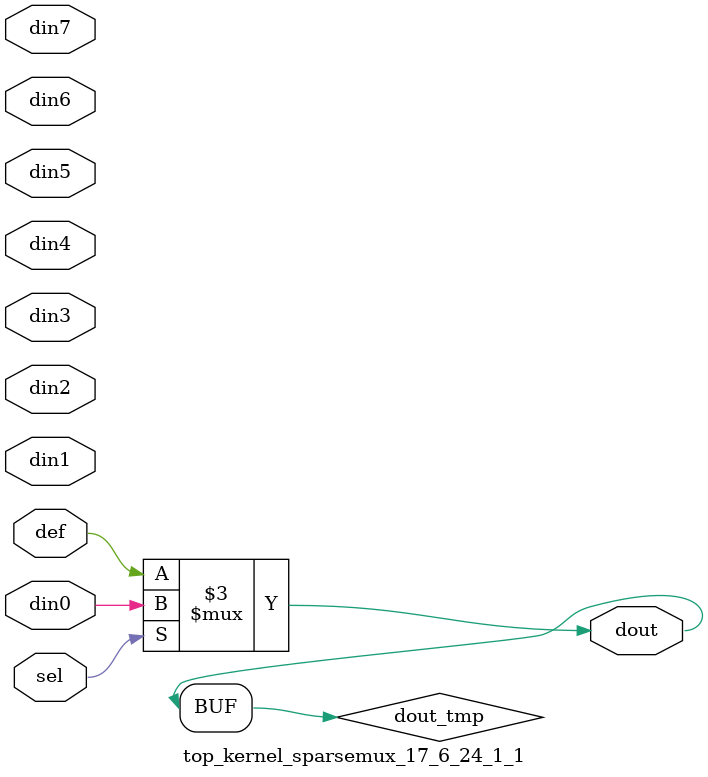
<source format=v>
`timescale 1ns / 1ps

module top_kernel_sparsemux_17_6_24_1_1 (din0,din1,din2,din3,din4,din5,din6,din7,def,sel,dout);

parameter din0_WIDTH = 1;

parameter din1_WIDTH = 1;

parameter din2_WIDTH = 1;

parameter din3_WIDTH = 1;

parameter din4_WIDTH = 1;

parameter din5_WIDTH = 1;

parameter din6_WIDTH = 1;

parameter din7_WIDTH = 1;

parameter def_WIDTH = 1;
parameter sel_WIDTH = 1;
parameter dout_WIDTH = 1;

parameter [sel_WIDTH-1:0] CASE0 = 1;

parameter [sel_WIDTH-1:0] CASE1 = 1;

parameter [sel_WIDTH-1:0] CASE2 = 1;

parameter [sel_WIDTH-1:0] CASE3 = 1;

parameter [sel_WIDTH-1:0] CASE4 = 1;

parameter [sel_WIDTH-1:0] CASE5 = 1;

parameter [sel_WIDTH-1:0] CASE6 = 1;

parameter [sel_WIDTH-1:0] CASE7 = 1;

parameter ID = 1;
parameter NUM_STAGE = 1;



input [din0_WIDTH-1:0] din0;

input [din1_WIDTH-1:0] din1;

input [din2_WIDTH-1:0] din2;

input [din3_WIDTH-1:0] din3;

input [din4_WIDTH-1:0] din4;

input [din5_WIDTH-1:0] din5;

input [din6_WIDTH-1:0] din6;

input [din7_WIDTH-1:0] din7;

input [def_WIDTH-1:0] def;
input [sel_WIDTH-1:0] sel;

output [dout_WIDTH-1:0] dout;



reg [dout_WIDTH-1:0] dout_tmp;


always @ (*) begin
(* parallel_case *) case (sel)
    
    CASE0 : dout_tmp = din0;
    
    CASE1 : dout_tmp = din1;
    
    CASE2 : dout_tmp = din2;
    
    CASE3 : dout_tmp = din3;
    
    CASE4 : dout_tmp = din4;
    
    CASE5 : dout_tmp = din5;
    
    CASE6 : dout_tmp = din6;
    
    CASE7 : dout_tmp = din7;
    
    default : dout_tmp = def;
endcase
end


assign dout = dout_tmp;



endmodule

</source>
